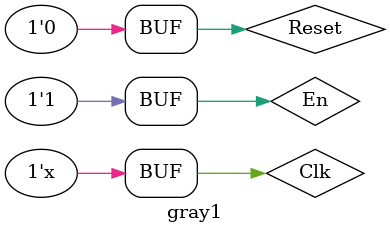
<source format=v>
`timescale 1ns / 1ps


module gray1;

	// Inputs
	reg Clk;
	reg Reset;
	reg En;

	// Outputs
	wire [2:0] Output;
	wire Overflow;

	// Instantiate the Unit Under Test (UUT)
	gray uut (
		.Clk(Clk), 
		.Reset(Reset), 
		.En(En), 
		.Output(Output), 
		.Overflow(Overflow)
	);

	initial begin
		Clk = 0;
		Reset = 0;
		En = 0;
		#10;
	end
      always #10 
	begin
	Clk = ~Clk;
	En = 1;
	end
endmodule


</source>
